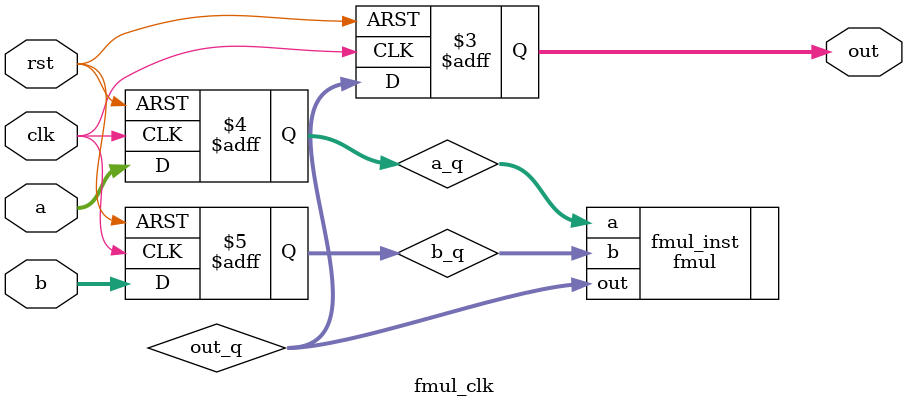
<source format=v>
module fmul_clk (
    input  wire        clk,
    input  wire        rst,
    input  wire [31:0] a,
    input  wire [31:0] b,
    output reg  [31:0] out
);

    reg [31:0] a_q, b_q;
    wire [31:0] out_q;

    // First register the inputs
    always @(posedge clk or posedge rst) begin
        if (rst) begin
            a_q <= 32'd0;
            b_q <= 32'd0;
        end else begin
            a_q <= a;
            b_q <= b;
        end
    end

    // Then combinationally compute the result
    fmul fmul_inst (
        .a(a_q),
        .b(b_q),
        .out(out_q)
    );

    // Then register the output
    always @(posedge clk or posedge rst) begin
        if (rst) begin
            out <= 32'd0;
        end else begin
            out <= out_q;
        end
    end

endmodule

</source>
